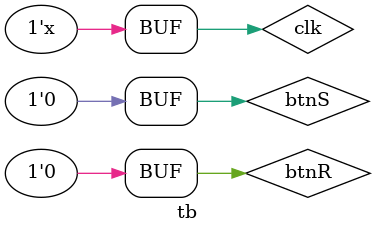
<source format=v>
`timescale 1ns / 1ps

module tb;

   reg [7:0] sw;
   reg [15:0] instructions [1023:0];
   reg       clk;
   reg       btnS;
   reg       btnR;
   
   integer   i;
   
   /*AUTOWIRE*/
   // Beginning of automatic wires (for undeclared instantiated-module outputs)
   wire                 RsRx;                   // From model_uart0_ of model_uart.v
   wire                 RsTx;                   // From uut_ of nexys3.v
   wire [7:0]           led;                    // From uut_ of nexys3.v
   // End of automatics

   initial
     begin
        //$shm_open  ("dump", , ,1);
        //$shm_probe (tb, "ASTF");

        clk = 0;
        btnR = 1;
        btnS = 0;
        #1000 btnR = 0;
        #1500000;
		//
        /* $readmemb("seq.code", instructions);
        for (i = 0; i < instructions[0]; i = i + 1) begin
			tskRunInst(instructions[i + 1][7:0]);
		end
        #1000;        
        $finish; */
     end

   always #5 clk = ~clk;
   
   model_uart model_uart0_ (// Outputs
                            .TX                  (RsRx),
                            // Inputs
                            .RX                  (RsTx)
                            /*AUTOINST*/);

   defparam model_uart0_.name = "UART0";
   defparam model_uart0_.baud = 1000000;
   
   
   nexys3 uut_ (/*AUTOINST*/
                // Outputs
                .RsTx                   (RsTx),
                .led                    (led[7:0]),
                // Inputs
                .RsRx                   (RsRx),
                .sw                     (sw[7:0]),
                .btnS                   (btnS),
                .btnR                   (btnR),
                .clk                    (clk));

   task tskRunInst;
      input [7:0] inst;
      begin
         $display ("%d ... Running instruction %08b", $stime, inst);
         sw = inst;
         #1500000 btnS = 1;
         #3000000 btnS = 0;
      end
   endtask //

   task tskRunPUSH;
      input [1:0] ra;
      input [3:0] immd;
      reg [7:0]   inst;
      begin
         inst = {2'b00, ra[1:0], immd[3:0]};
         tskRunInst(inst);
      end
   endtask //

   task tskRunSEND;
      input [1:0] ra;
      reg [7:0]   inst;
      begin
         inst = {2'b11, ra[1:0], 4'h0};
         tskRunInst(inst);
      end
   endtask //

   task tskRunADD;
      input [1:0] ra;
      input [1:0] rb;
      input [1:0] rc;
      reg [7:0]   inst;
      begin
         inst = {2'b01, ra[1:0], rb[1:0], rc[1:0]};
         tskRunInst(inst);
      end
   endtask //

   task tskRunMULT;
      input [1:0] ra;
      input [1:0] rb;
      input [1:0] rc;
      reg [7:0]   inst;
      begin
         inst = {2'b10, ra[1:0], rb[1:0], rc[1:0]};
         tskRunInst(inst);
      end
   endtask //

   always @ (posedge clk)
     if (uut_.inst_vld)
       $display("%d ... instruction %08b executed", $stime, uut_.inst_wd);

   always @ (led)
     $display("%d ... led output changed to %08b", $stime, led);
   
endmodule // tb
// Local Variables:
// verilog-library-flags:("-y ../src/")
// End:

</source>
